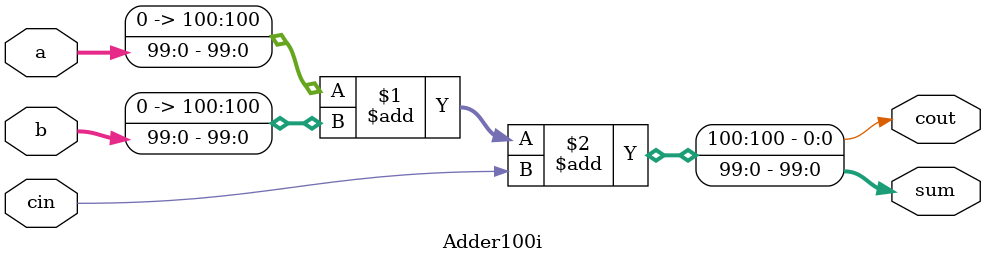
<source format=v>
module Adder100i (
    input  [99:0] a, b,
    input         cin ,
    output        cout,
    output [99:0] sum
);
    assign {cout,sum} = {1'b0,a} + {1'b0,b} + cin;

endmodule

</source>
